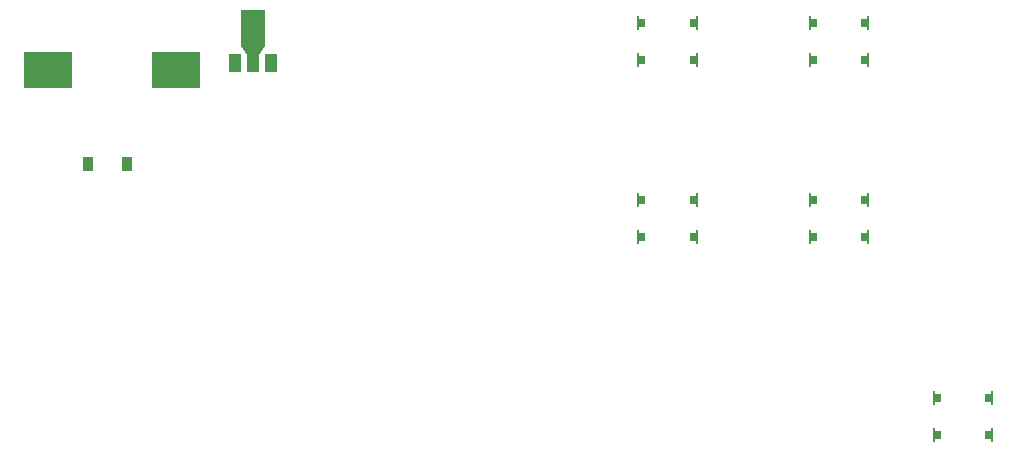
<source format=gbp>
G04 #@! TF.FileFunction,Paste,Bot*
%FSLAX46Y46*%
G04 Gerber Fmt 4.6, Leading zero omitted, Abs format (unit mm)*
G04 Created by KiCad (PCBNEW 4.0.0-2.201512072331+6194~38~ubuntu14.04.1-stable) date Sun 31 Jul 2016 10:05:07 AM CEST*
%MOMM*%
G01*
G04 APERTURE LIST*
%ADD10C,0.100000*%
%ADD11R,0.550800X0.750800*%
%ADD12R,0.250800X1.150800*%
%ADD13R,1.051560X1.551940*%
%ADD14R,2.049780X3.050540*%
%ADD15R,4.050800X3.050800*%
%ADD16R,0.960800X1.270800*%
G04 APERTURE END LIST*
D10*
D11*
X169375000Y-82075000D03*
X173625000Y-82075000D03*
X169375000Y-78925000D03*
X173625000Y-78925000D03*
D12*
X173975000Y-82075000D03*
X169025000Y-82075000D03*
X169025000Y-78925000D03*
X173975000Y-78925000D03*
D11*
X183875000Y-82075000D03*
X188125000Y-82075000D03*
X183875000Y-78925000D03*
X188125000Y-78925000D03*
D12*
X188475000Y-82075000D03*
X183525000Y-82075000D03*
X183525000Y-78925000D03*
X188475000Y-78925000D03*
D11*
X173625000Y-93925000D03*
X169375000Y-93925000D03*
X173625000Y-97075000D03*
X169375000Y-97075000D03*
D12*
X169025000Y-93925000D03*
X173975000Y-93925000D03*
X173975000Y-97075000D03*
X169025000Y-97075000D03*
D11*
X188125000Y-93925000D03*
X183875000Y-93925000D03*
X188125000Y-97075000D03*
X183875000Y-97075000D03*
D12*
X183525000Y-93925000D03*
X188475000Y-93925000D03*
X188475000Y-97075000D03*
X183525000Y-97075000D03*
D11*
X198625000Y-110725000D03*
X194375000Y-110725000D03*
X198625000Y-113875000D03*
X194375000Y-113875000D03*
D12*
X194025000Y-110725000D03*
X198975000Y-110725000D03*
X198975000Y-113875000D03*
X194025000Y-113875000D03*
D13*
X137899140Y-82369660D03*
X136398000Y-82369660D03*
X134896860Y-82369660D03*
D14*
X136398000Y-79418180D03*
D10*
G36*
X135872220Y-81667350D02*
X135371840Y-80867250D01*
X137424160Y-80867250D01*
X136923780Y-81667350D01*
X135872220Y-81667350D01*
X135872220Y-81667350D01*
G37*
D15*
X119060000Y-82931000D03*
X129860000Y-82931000D03*
D16*
X122444000Y-90932000D03*
X125714000Y-90932000D03*
M02*

</source>
